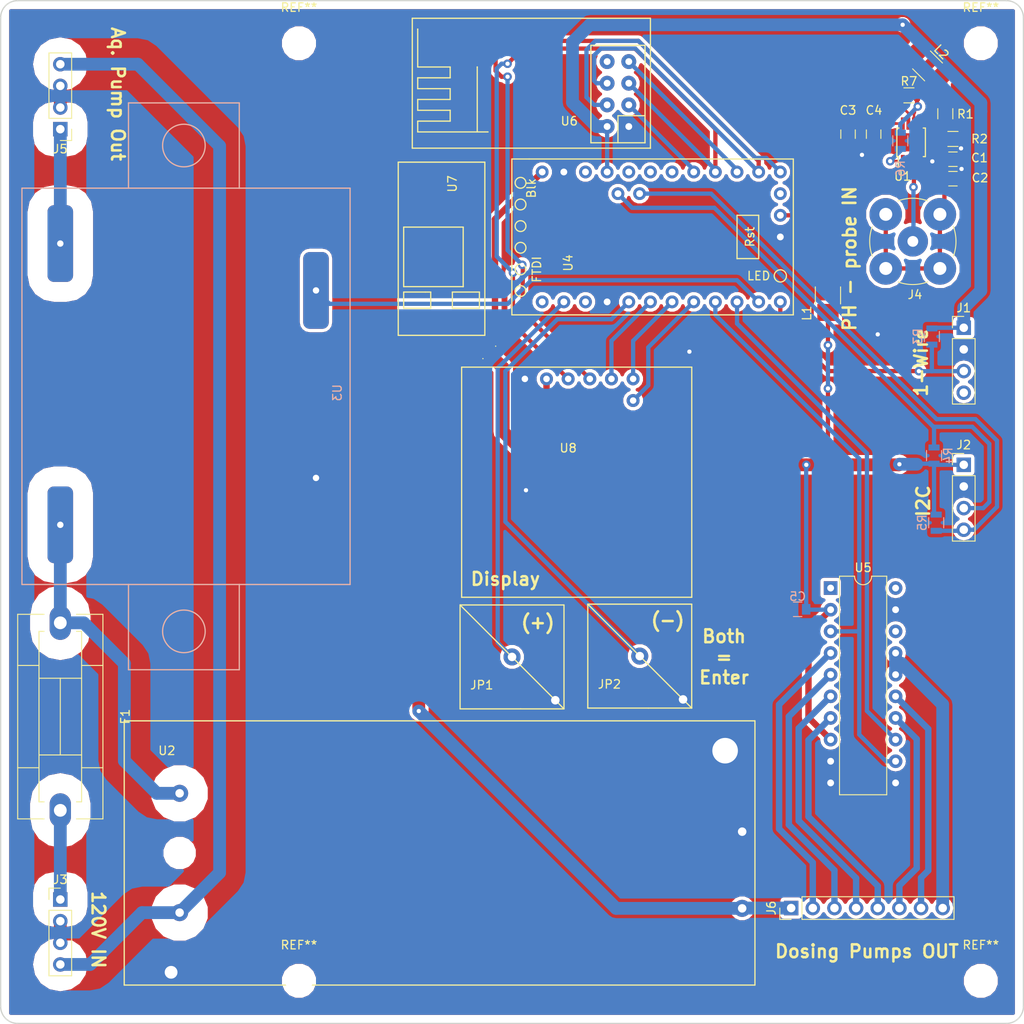
<source format=kicad_pcb>
(kicad_pcb (version 20170123) (host pcbnew no-vcs-found-1848834~58~ubuntu16.04.1)
  (layers (0 F.Cu signal) (31 B.Cu signal) (34 B.Paste user) (35 F.Paste user) (36 B.SilkS user) (37 F.SilkS user) (38 B.Mask user) (39 F.Mask user) (44 Edge.Cuts user))
  (net 0 "")
  (net 1 +5V)
  (net 2 GND)
  (net 3 +12V)
  (net 4 /aqPumpCtrl)
  (net 5 "Net-(F1-Pad1)")
  (net 6 "Net-(J5-Pad1)")
  (net 7 "Net-(U4-Pad29)")
  (net 8 /pumpDat)
  (net 9 /pumpClk)
  (net 10 /1wire_dat)
  (net 11 "Net-(U4-Pad14)")
  (net 12 "Net-(U4-Pad15)")
  (net 13 "Net-(U4-Pad16)")
  (net 14 "Net-(U4-Pad17)")
  (net 15 "Net-(U4-Pad23)")
  (net 16 "Net-(U4-Pad24)")
  (net 17 "Net-(U4-Pad25)")
  (net 18 "Net-(U4-Pad26)")
  (net 19 +3V3)
  (net 20 "Net-(U4-Pad22)")
  (net 21 "Net-(R7-Pad1)")
  (net 22 /i2c_scl)
  (net 23 /i2c_sda)
  (net 24 "Net-(U6-Pad8)")
  (net 25 "Net-(J3-Pad4)")
  (net 26 /+1V65)
  (net 27 "Net-(R6-Pad1)")
  (net 28 "Net-(R6-Pad2)")
  (net 29 "Net-(J6-Pad8)")
  (net 30 "Net-(J6-Pad7)")
  (net 31 "Net-(J6-Pad6)")
  (net 32 "Net-(J6-Pad5)")
  (net 33 "Net-(J6-Pad4)")
  (net 34 "Net-(J6-Pad3)")
  (net 35 "Net-(J6-Pad2)")
  (net 36 "Net-(J1-Pad4)")
  (net 37 "Net-(F1-Pad2)")
  (net 38 /vccOp)
  (net 39 "Net-(J4-Pad1)")
  (net 40 "Net-(U5-Pad20)")
  (net 41 "Net-(U5-Pad18)")
  (net 42 "Net-(U5-Pad1)")
  (net 43 "Net-(L2-Pad2)")
  (net 44 /dispDc)
  (net 45 /dispRst)
  (net 46 /dispCs)
  (net 47 "Net-(JP2-Pad2)")
  (net 48 "Net-(JP1-Pad2)")
  (net 49 "Net-(U4-Pad31)")
  (module Resistors_SMD:R_1210_HandSoldering (layer F.Cu) (at 147.066 84.582 270)
    (fp_text reference L1 (at 2.0955 2.4765 270) (layer F.SilkS))
    (fp_text value 470u)
    (pad 1 smd rect (at -2 0 270) (size 2 2.5) (layers F.Cu F.Paste F.Mask) (net 38 /vccOp))
    (pad 2 smd rect (at 2 0 270) (size 2 2.5) (layers F.Cu F.Paste F.Mask) (net 1 +5V))
  )
  (module Resistors_SMD:R_1210_HandSoldering (layer F.Cu) (at 158.75 57.658 315)
    (fp_text reference L2 (at 0 -2.3 315) (layer F.SilkS))
    (fp_text value 470u)
    (pad 2 smd rect (at 2.000001 0 315) (size 2 2.5) (layers F.Cu F.Paste F.Mask) (net 43 "Net-(L2-Pad2)"))
    (pad 1 smd rect (at -2.000001 0 315) (size 2 2.5) (layers F.Cu F.Paste F.Mask) (net 19 +3V3))
  )
  (module Connect:bnc-ci (layer F.Cu) (at 157.023958 78.247059 180)
    (fp_text reference J4 (at -0.25 -6.25 180) (layer F.SilkS))
    (fp_text value CONN_TRIAXIAL)
    (pad 2 thru_hole circle (at 3.175 3.175 180) (size 3.81 3.81) (drill 1.524) (layers *.Cu *.Mask) (net 26 /+1V65))
    (pad 2 thru_hole circle (at -3.175 3.175 180) (size 3.81 3.81) (drill 1.524) (layers *.Cu *.Mask) (net 26 /+1V65))
    (pad 2 thru_hole circle (at 3.175 -3.175 180) (size 3.81 3.81) (drill 1.524) (layers *.Cu *.Mask) (net 26 /+1V65))
    (pad 1 thru_hole circle (at 0 0 180) (size 3.556 3.556) (drill 1.27) (layers *.Cu *.Mask) (net 39 "Net-(J4-Pad1)"))
    (pad 2 thru_hole circle (at -3.175 -3.175 180) (size 3.81 3.81) (drill 1.524) (layers *.Cu *.Mask) (net 26 /+1V65))
  )
  (module Mounting_Holes:MountingHole_3.2mm_M3 (layer F.Cu) (at 85 165)
    (fp_text reference REF** (at 0 -4.2) (layer F.SilkS))
    (fp_text value MountingHole_3.2mm_M3)
    (pad 1 np_thru_hole circle (at 0 0) (size 3.2 3.2) (drill 3.2) (layers *.Cu *.Mask))
  )
  (module Mounting_Holes:MountingHole_3.2mm_M3 (layer F.Cu) (at 85 55)
    (fp_text reference REF** (at 0 -4.2) (layer F.SilkS))
    (fp_text value MountingHole_3.2mm_M3)
    (pad 1 np_thru_hole circle (at 0 0) (size 3.2 3.2) (drill 3.2) (layers *.Cu *.Mask))
  )
  (module Mounting_Holes:MountingHole_3.2mm_M3 (layer F.Cu) (at 165 55)
    (fp_text reference REF** (at 0 -4.2) (layer F.SilkS))
    (fp_text value MountingHole_3.2mm_M3)
    (pad 1 np_thru_hole circle (at 0 0) (size 3.2 3.2) (drill 3.2) (layers *.Cu *.Mask))
  )
  (module Mounting_Holes:MountingHole_3.2mm_M3 (layer F.Cu) (at 165 165)
    (fp_text reference REF** (at 0 -4.2) (layer F.SilkS))
    (fp_text value MountingHole_3.2mm_M3)
    (pad 1 np_thru_hole circle (at 0 0) (size 3.2 3.2) (drill 3.2) (layers *.Cu *.Mask))
  )
  (module myStuff:ITT_TACT (layer F.Cu) (at 126 133)
    (fp_text reference JP2 (at -4.572 -2.794) (layer F.SilkS))
    (fp_text value BtnMinus)
    (pad 2 thru_hole circle (at -1.016 -6.096) (size 2 2) (drill 1) (layers *.Cu *.Mask) (net 47 "Net-(JP2-Pad2)"))
    (pad 1 thru_hole circle (at 4.064 -1.016) (size 2 2) (drill 1) (layers *.Cu *.Mask) (net 2 GND))
  )
  (module myStuff:ITT_TACT (layer F.Cu) (at 111.016 133.096)
    (fp_text reference JP1 (at -4.572 -2.794) (layer F.SilkS))
    (fp_text value BtnPlus)
    (pad 1 thru_hole circle (at 4.064 -1.016) (size 2 2) (drill 1) (layers *.Cu *.Mask) (net 2 GND))
    (pad 2 thru_hole circle (at -1.016 -6.096) (size 2 2) (drill 1) (layers *.Cu *.Mask) (net 48 "Net-(JP1-Pad2)"))
  )
  (module myStuff:PRO_MINI (layer F.Cu) (at 144.018 85.344 90)
    (fp_text reference U4 (at 4.572 -27.432 90) (layer F.SilkS))
    (fp_text value ProMini)
    (fp_text user Blk (at 13.335 -31.75 90) (layer F.SilkS))
    (fp_text user FTDI (at 3.81 -31.115 90) (layer F.SilkS))
    (fp_text user LED (at 3.048 -5.08 180) (layer F.SilkS))
    (fp_text user Rst (at 7.62 -6.096 90) (layer F.SilkS))
    (pad 27 thru_hole circle (at 12.7 -19.05 90) (size 1.5 1.5) (drill 0.8) (layers *.Cu *.Mask) (net 23 /i2c_sda))
    (pad 28 thru_hole circle (at 12.7 -21.59 90) (size 1.5 1.5) (drill 0.8) (layers *.Cu *.Mask) (net 22 /i2c_scl))
    (pad 43 thru_hole circle (at 7.62 -2.54 90) (size 1.5 1.5) (drill 0.8) (layers *.Cu *.Mask) (net 2 GND))
    (pad 19 thru_hole circle (at 10.16 -2.54 90) (size 1.5 1.5) (drill 0.8) (layers *.Cu *.Mask) (net 21 "Net-(R7-Pad1)"))
    (pad 22 thru_hole circle (at 12.7 -2.54 90) (size 1.5 1.5) (drill 0.8) (layers *.Cu *.Mask) (net 20 "Net-(U4-Pad22)"))
    (pad 40 thru_hole circle (at 15.24 -30.48 90) (size 1.5 1.5) (drill 0.8) (layers *.Cu *.Mask) (net 1 +5V))
    (pad 44 thru_hole circle (at 15.24 -27.94 90) (size 1.5 1.5) (drill 0.8) (layers *.Cu *.Mask) (net 2 GND))
    (pad 29 thru_hole circle (at 15.24 -25.4 90) (size 1.5 1.5) (drill 0.8) (layers *.Cu *.Mask) (net 7 "Net-(U4-Pad29)"))
    (pad 41 thru_hole circle (at 15.24 -22.86 90) (size 1.5 1.5) (drill 0.8) (layers *.Cu *.Mask) (net 19 +3V3))
    (pad 26 thru_hole circle (at 15.24 -20.32 90) (size 1.5 1.5) (drill 0.8) (layers *.Cu *.Mask) (net 18 "Net-(U4-Pad26)"))
    (pad 25 thru_hole circle (at 15.24 -17.78 90) (size 1.5 1.5) (drill 0.8) (layers *.Cu *.Mask) (net 17 "Net-(U4-Pad25)"))
    (pad 24 thru_hole circle (at 15.24 -15.24 90) (size 1.5 1.5) (drill 0.8) (layers *.Cu *.Mask) (net 16 "Net-(U4-Pad24)"))
    (pad 23 thru_hole circle (at 15.24 -12.7 90) (size 1.5 1.5) (drill 0.8) (layers *.Cu *.Mask) (net 15 "Net-(U4-Pad23)"))
    (pad 17 thru_hole circle (at 15.24 -10.16 90) (size 1.5 1.5) (drill 0.8) (layers *.Cu *.Mask) (net 14 "Net-(U4-Pad17)"))
    (pad 16 thru_hole circle (at 15.24 -7.62 90) (size 1.5 1.5) (drill 0.8) (layers *.Cu *.Mask) (net 13 "Net-(U4-Pad16)"))
    (pad 15 thru_hole circle (at 15.24 -5.08 90) (size 1.5 1.5) (drill 0.8) (layers *.Cu *.Mask) (net 12 "Net-(U4-Pad15)"))
    (pad 14 thru_hole circle (at 15.24 -2.54 90) (size 1.5 1.5) (drill 0.8) (layers *.Cu *.Mask) (net 11 "Net-(U4-Pad14)"))
    (pad 13 thru_hole circle (at 0 -2.54 90) (size 1.5 1.5) (drill 0.8) (layers *.Cu *.Mask) (net 10 /1wire_dat))
    (pad 12 thru_hole circle (at 0 -5.08 90) (size 1.5 1.5) (drill 0.8) (layers *.Cu *.Mask) (net 4 /aqPumpCtrl))
    (pad 11 thru_hole circle (at 0 -7.62 90) (size 1.5 1.5) (drill 0.8) (layers *.Cu *.Mask) (net 9 /pumpClk))
    (pad 10 thru_hole circle (at 0 -10.16 90) (size 1.5 1.5) (drill 0.8) (layers *.Cu *.Mask) (net 8 /pumpDat))
    (pad 9 thru_hole circle (at 0 -12.7 90) (size 1.5 1.5) (drill 0.8) (layers *.Cu *.Mask) (net 46 /dispCs))
    (pad 2 thru_hole circle (at 0 -15.24 90) (size 1.5 1.5) (drill 0.8) (layers *.Cu *.Mask) (net 44 /dispDc))
    (pad 1 thru_hole circle (at 0 -17.78 90) (size 1.5 1.5) (drill 0.8) (layers *.Cu *.Mask) (net 45 /dispRst))
    (pad 32 thru_hole circle (at 0 -20.32 90) (size 1.5 1.5) (drill 0.8) (layers *.Cu *.Mask) (net 47 "Net-(JP2-Pad2)"))
    (pad 42 thru_hole circle (at 0 -22.86 90) (size 1.5 1.5) (drill 0.8) (layers *.Cu *.Mask) (net 2 GND))
    (pad 29 thru_hole circle (at 0 -25.4 90) (size 1.5 1.5) (drill 0.8) (layers *.Cu *.Mask) (net 7 "Net-(U4-Pad29)"))
    (pad 30 thru_hole circle (at 0 -27.94 90) (size 1.5 1.5) (drill 0.8) (layers *.Cu *.Mask) (net 48 "Net-(JP1-Pad2)"))
    (pad 31 thru_hole circle (at 0 -30.48 90) (size 1.5 1.5) (drill 0.8) (layers *.Cu *.Mask) (net 49 "Net-(U4-Pad31)"))
  )
  (module myStuff:DISP_SSD1306 (layer F.Cu) (at 116.586 102)
    (fp_text reference U8 (at 0 0.5) (layer F.SilkS))
    (fp_text value DISP_SSD1306)
    (pad 1 thru_hole circle (at -5.08 -7.62) (size 1.524 1.524) (drill 0.762) (layers *.Cu *.Mask) (net 2 GND))
    (pad 2 thru_hole circle (at -2.54 -7.62) (size 1.524 1.524) (drill 0.762) (layers *.Cu *.Mask) (net 1 +5V))
    (pad 3 thru_hole circle (at 0 -7.62) (size 1.524 1.524) (drill 0.762) (layers *.Cu *.Mask) (net 14 "Net-(U4-Pad17)"))
    (pad 4 thru_hole circle (at 2.54 -7.62) (size 1.524 1.524) (drill 0.762) (layers *.Cu *.Mask) (net 12 "Net-(U4-Pad15)"))
    (pad 5 thru_hole circle (at 5.08 -7.62) (size 1.524 1.524) (drill 0.762) (layers *.Cu *.Mask) (net 45 /dispRst))
    (pad 6 thru_hole circle (at 7.62 -7.62) (size 1.524 1.524) (drill 0.762) (layers *.Cu *.Mask) (net 44 /dispDc))
    (pad 7 thru_hole circle (at 7.62 -5.08) (size 1.524 1.524) (drill 0.762) (layers *.Cu *.Mask) (net 46 /dispCs))
  )
  (module myStuff:NI_PSU (layer F.Cu) (at 86 150)
    (fp_text reference U2 (at -16.5 -12) (layer F.SilkS))
    (fp_text value NI_PSU)
    (pad "" np_thru_hole circle (at -15 0) (size 3 3) (drill 3) (layers *.Cu *.Mask))
    (pad 2 thru_hole circle (at -16 14) (size 3 3) (drill 1.5) (layers *.Cu *.Mask) (net 2 GND))
    (pad 1 thru_hole circle (at -15 -7) (size 2 2) (drill 1) (layers *.Cu *.Mask) (net 5 "Net-(F1-Pad1)"))
    (pad 3 thru_hole circle (at -15 7) (size 2 2) (drill 1) (layers *.Cu *.Mask) (net 25 "Net-(J3-Pad4)"))
    (pad 5 thru_hole circle (at 49 -12) (size 6 6) (drill 3) (layers *.Cu *.Mask) (net 2 GND))
    (pad 4 thru_hole circle (at 51 -2.5) (size 2 2) (drill 1) (layers *.Cu *.Mask) (net 2 GND))
    (pad 6 thru_hole circle (at 51 6.5) (size 2 2) (drill 1) (layers *.Cu *.Mask) (net 3 +12V))
  )
  (module myStuff:ebay_dcdc (layer F.Cu) (at 95.38 85.46 270)
    (fp_text reference U7 (at -13.97 -7.62 270) (layer F.SilkS))
    (fp_text value DCDC_mod)
    (pad 1 smd rect (at 2.54 -10.16 270) (size 2 2) (layers F.Cu F.Paste F.Mask) (net 1 +5V))
    (pad 2 smd rect (at 2.54 -7.62 270) (size 2 2) (layers F.Cu F.Paste F.Mask) (net 2 GND))
    (pad 3 smd rect (at 2.54 -5.08 270) (size 2 2) (layers F.Cu F.Paste F.Mask) (net 3 +12V))
    (pad 4 smd rect (at 2.54 -2.54 270) (size 2 2) (layers F.Cu F.Paste F.Mask) (net 3 +12V))
  )
  (module Capacitors_SMD:C_0805 (layer F.Cu) (at 161.730991 70.89026)
    (fp_text reference C2 (at 3.178509 -0.08776) (layer F.SilkS))
    (fp_text value 1n)
    (pad 2 smd rect (at 1 0) (size 1 1.25) (layers F.Cu F.Paste F.Mask) (net 2 GND))
    (pad 1 smd rect (at -1 0) (size 1 1.25) (layers F.Cu F.Paste F.Mask) (net 26 /+1V65))
  )
  (module Capacitors_SMD:C_0805 (layer F.Cu) (at 149.423358 65.66426 270)
    (fp_text reference C3 (at -2.79926 0.007858) (layer F.SilkS))
    (fp_text value 1u)
    (pad 1 smd rect (at -1 0 270) (size 1 1.25) (layers F.Cu F.Paste F.Mask) (net 38 /vccOp))
    (pad 2 smd rect (at 1 0 270) (size 1 1.25) (layers F.Cu F.Paste F.Mask) (net 2 GND))
  )
  (module Capacitors_SMD:C_0805 (layer F.Cu) (at 152.423358 65.66426 270)
    (fp_text reference C4 (at -2.79926 -0.040142) (layer F.SilkS))
    (fp_text value 1n)
    (pad 2 smd rect (at 1 0 270) (size 1 1.25) (layers F.Cu F.Paste F.Mask) (net 2 GND))
    (pad 1 smd rect (at -1 0 270) (size 1 1.25) (layers F.Cu F.Paste F.Mask) (net 38 /vccOp))
  )
  (module Capacitors_SMD:C_0805 (layer B.Cu) (at 143.51 121.412 180)
    (fp_text reference C5 (at 0 1.5 180) (layer B.SilkS) (effects (justify mirror)))
    (fp_text value 1u)
    (pad 1 smd rect (at -1 0 180) (size 1 1.25) (layers B.Cu B.Paste B.Mask) (net 1 +5V))
    (pad 2 smd rect (at 1 0 180) (size 1 1.25) (layers B.Cu B.Paste B.Mask) (net 2 GND))
  )
  (module Capacitors_SMD:C_0805 (layer F.Cu) (at 161.730991 68.60426)
    (fp_text reference C1 (at 3.115009 -0.15126) (layer F.SilkS))
    (fp_text value 1u)
    (pad 2 smd rect (at 1 0) (size 1 1.25) (layers F.Cu F.Paste F.Mask) (net 2 GND))
    (pad 1 smd rect (at -1 0) (size 1 1.25) (layers F.Cu F.Paste F.Mask) (net 26 /+1V65))
  )
  (module Fuse_Holders_and_Fuses:Fuseholder5x20_horiz_SemiClosed_Casing10x25mm (layer F.Cu) (at 57 123 270)
    (fp_text reference F1 (at 11 -7.62 270) (layer F.SilkS))
    (fp_text value Fuse)
    (pad 1 thru_hole oval (at 0 0 180) (size 2.5 4) (drill 1.5) (layers *.Cu *.Mask) (net 5 "Net-(F1-Pad1)"))
    (pad 2 thru_hole oval (at 22 0 180) (size 2.5 4) (drill 1.5) (layers *.Cu *.Mask) (net 37 "Net-(F1-Pad2)"))
  )
  (module Housings_DIP:DIP-20_W7.62mm (layer F.Cu) (at 147.38 118.92)
    (fp_text reference U5 (at 3.81 -2.39) (layer F.SilkS))
    (fp_text value TPIC6B595)
    (pad 20 thru_hole oval (at 7.62 0) (size 1.6 1.6) (drill 0.8) (layers *.Cu *.Mask) (net 40 "Net-(U5-Pad20)"))
    (pad 10 thru_hole oval (at 0 22.86) (size 1.6 1.6) (drill 0.8) (layers *.Cu *.Mask) (net 2 GND))
    (pad 19 thru_hole oval (at 7.62 2.54) (size 1.6 1.6) (drill 0.8) (layers *.Cu *.Mask) (net 2 GND))
    (pad 9 thru_hole oval (at 0 20.32) (size 1.6 1.6) (drill 0.8) (layers *.Cu *.Mask) (net 2 GND))
    (pad 18 thru_hole oval (at 7.62 5.08) (size 1.6 1.6) (drill 0.8) (layers *.Cu *.Mask) (net 41 "Net-(U5-Pad18)"))
    (pad 8 thru_hole oval (at 0 17.78) (size 1.6 1.6) (drill 0.8) (layers *.Cu *.Mask) (net 1 +5V))
    (pad 17 thru_hole oval (at 7.62 7.62) (size 1.6 1.6) (drill 0.8) (layers *.Cu *.Mask) (net 29 "Net-(J6-Pad8)"))
    (pad 7 thru_hole oval (at 0 15.24) (size 1.6 1.6) (drill 0.8) (layers *.Cu *.Mask) (net 32 "Net-(J6-Pad5)"))
    (pad 16 thru_hole oval (at 7.62 10.16) (size 1.6 1.6) (drill 0.8) (layers *.Cu *.Mask) (net 29 "Net-(J6-Pad8)"))
    (pad 6 thru_hole oval (at 0 12.7) (size 1.6 1.6) (drill 0.8) (layers *.Cu *.Mask) (net 33 "Net-(J6-Pad4)"))
    (pad 15 thru_hole oval (at 7.62 12.7) (size 1.6 1.6) (drill 0.8) (layers *.Cu *.Mask) (net 30 "Net-(J6-Pad7)"))
    (pad 5 thru_hole oval (at 0 10.16) (size 1.6 1.6) (drill 0.8) (layers *.Cu *.Mask) (net 34 "Net-(J6-Pad3)"))
    (pad 14 thru_hole oval (at 7.62 15.24) (size 1.6 1.6) (drill 0.8) (layers *.Cu *.Mask) (net 31 "Net-(J6-Pad6)"))
    (pad 4 thru_hole oval (at 0 7.62) (size 1.6 1.6) (drill 0.8) (layers *.Cu *.Mask) (net 35 "Net-(J6-Pad2)"))
    (pad 13 thru_hole oval (at 7.62 17.78) (size 1.6 1.6) (drill 0.8) (layers *.Cu *.Mask) (net 9 /pumpClk))
    (pad 3 thru_hole oval (at 0 5.08) (size 1.6 1.6) (drill 0.8) (layers *.Cu *.Mask) (net 8 /pumpDat))
    (pad 12 thru_hole oval (at 7.62 20.32) (size 1.6 1.6) (drill 0.8) (layers *.Cu *.Mask) (net 8 /pumpDat))
    (pad 2 thru_hole oval (at 0 2.54) (size 1.6 1.6) (drill 0.8) (layers *.Cu *.Mask) (net 1 +5V))
    (pad 11 thru_hole oval (at 7.62 22.86) (size 1.6 1.6) (drill 0.8) (layers *.Cu *.Mask) (net 2 GND))
    (pad 1 thru_hole rect (at 0 0) (size 1.6 1.6) (drill 0.8) (layers *.Cu *.Mask) (net 42 "Net-(U5-Pad1)"))
  )
  (module Housings_SSOP:MSOP-8_3x3mm_Pitch0.65mm (layer F.Cu) (at 156.824401 66.622059 90)
    (fp_text reference U1 (at -3.989941 -0.995401 180) (layer F.SilkS))
    (fp_text value LTC6078)
    (pad 8 smd rect (at 2.2 -0.975 90) (size 1.45 0.45) (layers F.Cu F.Paste F.Mask) (net 38 /vccOp))
    (pad 7 smd rect (at 2.2 -0.325 90) (size 1.45 0.45) (layers F.Cu F.Paste F.Mask) (net 21 "Net-(R7-Pad1)"))
    (pad 6 smd rect (at 2.2 0.325 90) (size 1.45 0.45) (layers F.Cu F.Paste F.Mask) (net 27 "Net-(R6-Pad1)"))
    (pad 5 smd rect (at 2.2 0.975 90) (size 1.45 0.45) (layers F.Cu F.Paste F.Mask) (net 26 /+1V65))
    (pad 4 smd rect (at -2.2 0.975 90) (size 1.45 0.45) (layers F.Cu F.Paste F.Mask) (net 2 GND))
    (pad 3 smd rect (at -2.2 0.325 90) (size 1.45 0.45) (layers F.Cu F.Paste F.Mask) (net 39 "Net-(J4-Pad1)"))
    (pad 2 smd rect (at -2.2 -0.325 90) (size 1.45 0.45) (layers F.Cu F.Paste F.Mask) (net 28 "Net-(R6-Pad2)"))
    (pad 1 smd rect (at -2.2 -0.975 90) (size 1.45 0.45) (layers F.Cu F.Paste F.Mask) (net 28 "Net-(R6-Pad2)"))
  )
  (module Pin_Headers:Pin_Header_Straight_1x04_Pitch2.54mm (layer F.Cu) (at 57 155.46)
    (fp_text reference J3 (at 0 -2.33) (layer F.SilkS))
    (fp_text value CONN_01X04)
    (pad 1 thru_hole rect (at 0 0) (size 1.7 1.7) (drill 1) (layers *.Cu *.Mask) (net 37 "Net-(F1-Pad2)"))
    (pad 2 thru_hole oval (at 0 2.54) (size 1.7 1.7) (drill 1) (layers *.Cu *.Mask) (net 2 GND))
    (pad 3 thru_hole oval (at 0 5.08) (size 1.7 1.7) (drill 1) (layers *.Cu *.Mask) (net 2 GND))
    (pad 4 thru_hole oval (at 0 7.62) (size 1.7 1.7) (drill 1) (layers *.Cu *.Mask) (net 25 "Net-(J3-Pad4)"))
  )
  (module Pin_Headers:Pin_Header_Straight_1x04_Pitch2.54mm (layer F.Cu) (at 163 104.46)
    (fp_text reference J2 (at 0 -2.33) (layer F.SilkS))
    (fp_text value CONN_01X04)
    (pad 4 thru_hole oval (at 0 7.62) (size 1.7 1.7) (drill 1) (layers *.Cu *.Mask) (net 23 /i2c_sda))
    (pad 3 thru_hole oval (at 0 5.08) (size 1.7 1.7) (drill 1) (layers *.Cu *.Mask) (net 22 /i2c_scl))
    (pad 2 thru_hole oval (at 0 2.54) (size 1.7 1.7) (drill 1) (layers *.Cu *.Mask) (net 2 GND))
    (pad 1 thru_hole rect (at 0 0) (size 1.7 1.7) (drill 1) (layers *.Cu *.Mask) (net 1 +5V))
  )
  (module Pin_Headers:Pin_Header_Straight_1x04_Pitch2.54mm (layer F.Cu) (at 163 88.38)
    (fp_text reference J1 (at 0 -2.33) (layer F.SilkS))
    (fp_text value CONN_01X04)
    (pad 1 thru_hole rect (at 0 0) (size 1.7 1.7) (drill 1) (layers *.Cu *.Mask) (net 19 +3V3))
    (pad 2 thru_hole oval (at 0 2.54) (size 1.7 1.7) (drill 1) (layers *.Cu *.Mask) (net 2 GND))
    (pad 3 thru_hole oval (at 0 5.08) (size 1.7 1.7) (drill 1) (layers *.Cu *.Mask) (net 10 /1wire_dat))
    (pad 4 thru_hole oval (at 0 7.62) (size 1.7 1.7) (drill 1) (layers *.Cu *.Mask) (net 36 "Net-(J1-Pad4)"))
  )
  (module Pin_Headers:Pin_Header_Straight_1x04_Pitch2.54mm (layer F.Cu) (at 57 65.08 180)
    (fp_text reference J5 (at 0 -2.33 180) (layer F.SilkS))
    (fp_text value CONN_01X04)
    (pad 4 thru_hole oval (at 0 7.62 180) (size 1.7 1.7) (drill 1) (layers *.Cu *.Mask) (net 25 "Net-(J3-Pad4)"))
    (pad 3 thru_hole oval (at 0 5.08 180) (size 1.7 1.7) (drill 1) (layers *.Cu *.Mask) (net 2 GND))
    (pad 2 thru_hole oval (at 0 2.54 180) (size 1.7 1.7) (drill 1) (layers *.Cu *.Mask) (net 2 GND))
    (pad 1 thru_hole rect (at 0 0 180) (size 1.7 1.7) (drill 1) (layers *.Cu *.Mask) (net 6 "Net-(J5-Pad1)"))
  )
  (module Pin_Headers:Pin_Header_Straight_1x08_Pitch2.54mm (layer F.Cu) (at 142.748 156.464 90)
    (fp_text reference J6 (at 0 -2.33 90) (layer F.SilkS))
    (fp_text value CONN_01X08)
    (pad 8 thru_hole oval (at 0 17.78 90) (size 1.7 1.7) (drill 1) (layers *.Cu *.Mask) (net 29 "Net-(J6-Pad8)"))
    (pad 7 thru_hole oval (at 0 15.24 90) (size 1.7 1.7) (drill 1) (layers *.Cu *.Mask) (net 30 "Net-(J6-Pad7)"))
    (pad 6 thru_hole oval (at 0 12.7 90) (size 1.7 1.7) (drill 1) (layers *.Cu *.Mask) (net 31 "Net-(J6-Pad6)"))
    (pad 5 thru_hole oval (at 0 10.16 90) (size 1.7 1.7) (drill 1) (layers *.Cu *.Mask) (net 32 "Net-(J6-Pad5)"))
    (pad 4 thru_hole oval (at 0 7.62 90) (size 1.7 1.7) (drill 1) (layers *.Cu *.Mask) (net 33 "Net-(J6-Pad4)"))
    (pad 3 thru_hole oval (at 0 5.08 90) (size 1.7 1.7) (drill 1) (layers *.Cu *.Mask) (net 34 "Net-(J6-Pad3)"))
    (pad 2 thru_hole oval (at 0 2.54 90) (size 1.7 1.7) (drill 1) (layers *.Cu *.Mask) (net 35 "Net-(J6-Pad2)"))
    (pad 1 thru_hole rect (at 0 0 90) (size 1.7 1.7) (drill 1) (layers *.Cu *.Mask) (net 3 +12V))
  )
  (module Resistors_SMD:R_0805 (layer F.Cu) (at 161.730991 66.228071 180)
    (fp_text reference R2 (at -3.115009 -0.002429 180) (layer F.SilkS))
    (fp_text value 4.7k)
    (pad 2 smd rect (at 0.95 0 180) (size 0.7 1.3) (layers F.Cu F.Paste F.Mask) (net 26 /+1V65))
    (pad 1 smd rect (at -0.95 0 180) (size 0.7 1.3) (layers F.Cu F.Paste F.Mask) (net 2 GND))
  )
  (module Resistors_SMD:R_0805 (layer B.Cu) (at 159.258 89.408 270)
    (fp_text reference R3 (at 0 1.65 270) (layer B.SilkS) (effects (justify mirror)))
    (fp_text value 4k7)
    (pad 1 smd rect (at -0.95 0 270) (size 0.7 1.3) (layers B.Cu B.Paste B.Mask) (net 19 +3V3))
    (pad 2 smd rect (at 0.95 0 270) (size 0.7 1.3) (layers B.Cu B.Paste B.Mask) (net 10 /1wire_dat))
  )
  (module Resistors_SMD:R_0805 (layer B.Cu) (at 159.512 103.378 90)
    (fp_text reference R4 (at 0 1.65 90) (layer B.SilkS) (effects (justify mirror)))
    (fp_text value 4k7)
    (pad 2 smd rect (at 0.95 0 90) (size 0.7 1.3) (layers B.Cu B.Paste B.Mask) (net 22 /i2c_scl))
    (pad 1 smd rect (at -0.95 0 90) (size 0.7 1.3) (layers B.Cu B.Paste B.Mask) (net 1 +5V))
  )
  (module Resistors_SMD:R_0805 (layer B.Cu) (at 159.766 111.252 270)
    (fp_text reference R5 (at 0 1.65 270) (layer B.SilkS) (effects (justify mirror)))
    (fp_text value 4k7)
    (pad 1 smd rect (at -0.95 0 270) (size 0.7 1.3) (layers B.Cu B.Paste B.Mask) (net 1 +5V))
    (pad 2 smd rect (at 0.95 0 270) (size 0.7 1.3) (layers B.Cu B.Paste B.Mask) (net 23 /i2c_sda))
  )
  (module Resistors_SMD:R_0805 (layer B.Cu) (at 155.550758 66.44526 270)
    (fp_text reference R6 (at 3.2512 -0.0254 270) (layer B.SilkS) (effects (justify mirror)))
    (fp_text value 1k)
    (pad 2 smd rect (at 0.95 0 270) (size 0.7 1.3) (layers B.Cu B.Paste B.Mask) (net 28 "Net-(R6-Pad2)"))
    (pad 1 smd rect (at -0.95 0 270) (size 0.7 1.3) (layers B.Cu B.Paste B.Mask) (net 27 "Net-(R6-Pad1)"))
  )
  (module Resistors_SMD:R_0805 (layer F.Cu) (at 156.566758 61.11126)
    (fp_text reference R7 (at 0 -1.65) (layer F.SilkS))
    (fp_text value 4k0)
    (pad 1 smd rect (at -0.95 0) (size 0.7 1.3) (layers F.Cu F.Paste F.Mask) (net 21 "Net-(R7-Pad1)"))
    (pad 2 smd rect (at 0.95 0) (size 0.7 1.3) (layers F.Cu F.Paste F.Mask) (net 27 "Net-(R6-Pad1)"))
  )
  (module Resistors_SMD:R_0805 (layer F.Cu) (at 160.833958 63.27026 90)
    (fp_text reference R1 (at -0.03924 2.361042 180) (layer F.SilkS))
    (fp_text value 4.7k)
    (pad 2 smd rect (at 0.95 0 90) (size 0.7 1.3) (layers F.Cu F.Paste F.Mask) (net 43 "Net-(L2-Pad2)"))
    (pad 1 smd rect (at -0.95 0 90) (size 0.7 1.3) (layers F.Cu F.Paste F.Mask) (net 26 /+1V65))
  )
  (module myStuff:NRF24 (layer F.Cu) (at 121.158 57.15 180)
    (fp_text reference U6 (at 4.445 -6.985 180) (layer F.SilkS))
    (fp_text value NRF24)
    (pad 1 thru_hole circle (at -2.54 -7.62 180) (size 1.75 1.75) (drill 0.8) (layers *.Cu *.Mask) (net 2 GND))
    (pad 2 thru_hole circle (at 0 -7.62 180) (size 1.75 1.75) (drill 0.8) (layers *.Cu *.Mask) (net 19 +3V3))
    (pad 3 thru_hole circle (at -2.54 -5.08 180) (size 1.75 1.75) (drill 0.8) (layers *.Cu *.Mask) (net 15 "Net-(U4-Pad23)"))
    (pad 4 thru_hole circle (at 0 -5.08 180) (size 1.75 1.75) (drill 0.8) (layers *.Cu *.Mask) (net 11 "Net-(U4-Pad14)"))
    (pad 5 thru_hole circle (at -2.54 -2.54 180) (size 1.75 1.75) (drill 0.8) (layers *.Cu *.Mask) (net 14 "Net-(U4-Pad17)"))
    (pad 6 thru_hole circle (at 0 -2.54 180) (size 1.75 1.75) (drill 0.8) (layers *.Cu *.Mask) (net 12 "Net-(U4-Pad15)"))
    (pad 7 thru_hole circle (at -2.54 0 180) (size 1.75 1.75) (drill 0.8) (layers *.Cu *.Mask) (net 13 "Net-(U4-Pad16)"))
    (pad 8 thru_hole circle (at 0 0 180) (size 1.75 1.75) (drill 0.8) (layers *.Cu *.Mask) (net 24 "Net-(U6-Pad8)"))
  )
  (module myStuff:SS_RELAY (layer B.Cu) (at 87 84 270)
    (fp_text reference U3 (at 12 -2.5 270) (layer B.SilkS) (effects (justify mirror)))
    (fp_text value SS_RELAY)
    (pad 1 thru_hole roundrect (at -5.5 30 270) (size 9 3) (drill 0.75) (layers *.Cu *.Mask) (net 6 "Net-(J5-Pad1)"))
    (pad 2 thru_hole roundrect (at 27.5 30 270) (size 9 3) (drill 0.75) (layers *.Cu *.Mask) (net 5 "Net-(F1-Pad1)"))
    (pad 3 thru_hole roundrect (at 0 0 270) (size 9 3) (drill 0.75) (layers *.Cu *.Mask) (net 4 /aqPumpCtrl))
    (pad 4 thru_hole roundrect (at 22 0 270) (size 9 3) (drill 0.75) (layers *.Cu *.Mask) (net 2 GND))
  )
  (gr_text "PH - probe IN" (at 149.606 80.264 90) (layer F.SilkS) (effects (font (size 1.5 1.5) (thickness 0.3))))
  (gr_text 1-Wire (at 157.988 92.456 90) (layer F.SilkS) (effects (font (size 1.5 1.5) (thickness 0.3))))
  (gr_text I2C (at 158.242 108.712 90) (layer F.SilkS) (effects (font (size 1.5 1.5) (thickness 0.3))))
  (gr_text "Dosing Pumps OUT" (at 151.638 161.544) (layer F.SilkS) (effects (font (size 1.5 1.5) (thickness 0.3))))
  (gr_text "Aq. Pump Out" (at 63.754 60.96 270) (layer F.SilkS) (effects (font (size 1.5 1.5) (thickness 0.3))))
  (gr_text "120V IN" (at 61.468 159.004 270) (layer F.SilkS) (effects (font (size 1.5 1.5) (thickness 0.3))))
  (gr_text "Both\n=\nEnter" (at 134.874 127) (layer F.SilkS) (effects (font (size 1.5 1.5) (thickness 0.3))))
  (gr_text "(-)" (at 128.27 122.682) (layer F.SilkS) (effects (font (size 1.5 1.5) (thickness 0.3))))
  (gr_text "(+)" (at 113.03 122.936) (layer F.SilkS) (effects (font (size 1.5 1.5) (thickness 0.3))))
  (gr_text Display (at 109.22 117.856) (layer F.SilkS) (effects (font (size 1.5 1.5) (thickness 0.3))))
  (gr_arc (start 52 52) (end 52 50) (angle -90) (layer Edge.Cuts) (width 0.15))
  (gr_arc (start 168 52) (end 170 52) (angle -90) (layer Edge.Cuts) (width 0.15))
  (gr_arc (start 168 168) (end 168 170) (angle -90) (layer Edge.Cuts) (width 0.15))
  (gr_arc (start 52 168) (end 50 168) (angle -90) (layer Edge.Cuts) (width 0.15))
  (gr_line (start 50 168) (end 50 52) (layer Edge.Cuts) (width 0.15))
  (gr_line (start 168 170) (end 52 170) (layer Edge.Cuts) (width 0.15))
  (gr_line (start 170 52) (end 170 168) (layer Edge.Cuts) (width 0.15))
  (gr_line (start 52 50) (end 168 50) (layer Edge.Cuts) (width 0.15))
  (segment (start 147.066 90.424) (end 147.066 86.582) (width 0.5) (layer F.Cu) (net 1))
  (segment (start 105.54 88) (end 107.29 88) (width 0.75) (layer F.Cu) (net 1))
  (segment (start 107.29 88) (end 108 87.29) (width 0.75) (layer F.Cu) (net 1))
  (segment (start 108 87.29) (end 108 75.642) (width 0.75) (layer F.Cu) (net 1))
  (segment (start 108 75.642) (end 113.538 70.104) (width 0.75) (layer F.Cu) (net 1))
  (segment (start 157.48 104.394) (end 157.546 104.328) (width 0.5) (layer B.Cu) (net 1))
  (segment (start 157.546 104.328) (end 159.512 104.328) (width 0.5) (layer B.Cu) (net 1))
  (segment (start 155.448 104.394) (end 157.48 104.394) (width 1.5) (layer B.Cu) (net 1))
  (segment (start 147.066 104.46) (end 155.382 104.46) (width 1.5) (layer F.Cu) (net 1))
  (segment (start 155.382 104.46) (end 155.448 104.394) (width 1.5) (layer F.Cu) (net 1))
  (via (at 155.448 104.394) (size 1) (drill 0.5) (layers F.Cu B.Cu) (net 1))
  (segment (start 114.046 104.46) (end 114.046 94.38) (width 0.75) (layer F.Cu) (net 1))
  (segment (start 105.54 89.662) (end 105.54 88) (width 1.5) (layer F.Cu) (net 1))
  (segment (start 112.842 104.46) (end 108.966 100.584) (width 1.5) (layer F.Cu) (net 1))
  (segment (start 105.54 89.662) (end 108.966 93.088) (width 1.5) (layer F.Cu) (net 1))
  (segment (start 108.966 93.088) (end 108.966 100.584) (width 1.5) (layer F.Cu) (net 1))
  (segment (start 114.046 104.46) (end 112.842 104.46) (width 1.5) (layer F.Cu) (net 1))
  (segment (start 144.526 104.46) (end 114.046 104.46) (width 1.5) (layer F.Cu) (net 1))
  (segment (start 147.066 95.504) (end 147.066 90.424) (width 0.5) (layer B.Cu) (net 1))
  (via (at 147.066 90.424) (size 1) (drill 0.5) (layers F.Cu B.Cu) (net 1))
  (segment (start 147.066 104.46) (end 147.066 95.504) (width 0.5) (layer F.Cu) (net 1))
  (via (at 147.066 95.504) (size 1) (drill 0.5) (layers F.Cu B.Cu) (net 1))
  (segment (start 147.066 104.46) (end 144.526 104.46) (width 1.5) (layer F.Cu) (net 1))
  (segment (start 159.512 104.328) (end 159.512 110.048) (width 0.5) (layer B.Cu) (net 1))
  (segment (start 159.512 110.048) (end 159.766 110.302) (width 0.5) (layer B.Cu) (net 1))
  (segment (start 163 104.46) (end 159.644 104.46) (width 0.5) (layer B.Cu) (net 1))
  (segment (start 159.644 104.46) (end 159.512 104.328) (width 0.5) (layer B.Cu) (net 1))
  (segment (start 144.51 121.412) (end 144.51 104.476) (width 0.5) (layer B.Cu) (net 1))
  (segment (start 144.51 104.476) (end 144.526 104.46) (width 0.5) (layer B.Cu) (net 1))
  (via (at 144.526 104.46) (size 1) (drill 0.5) (layers F.Cu B.Cu) (net 1))
  (segment (start 147.38 121.46) (end 144.558 121.46) (width 0.5) (layer B.Cu) (net 1))
  (segment (start 144.78 124.06) (end 144.78 134.1) (width 0.75) (layer F.Cu) (net 1))
  (segment (start 144.78 134.1) (end 147.38 136.7) (width 0.75) (layer F.Cu) (net 1))
  (segment (start 147.38 121.46) (end 144.78 124.06) (width 0.75) (layer F.Cu) (net 1))
  (segment (start 144.558 121.46) (end 144.51 121.412) (width 0.5) (layer B.Cu) (net 1))
  (segment (start 116.078 69.04334) (end 116.078 70.104) (width 1.5) (layer F.Cu) (net 2))
  (segment (start 57 61.214) (end 108.24866 61.214) (width 1.5) (layer F.Cu) (net 2))
  (segment (start 108.24866 61.214) (end 116.078 69.04334) (width 1.5) (layer F.Cu) (net 2))
  (segment (start 154.674 90.92) (end 152.908 89.154) (width 1.5) (layer F.Cu) (net 2))
  (segment (start 163 90.92) (end 154.674 90.92) (width 1.5) (layer F.Cu) (net 2))
  (segment (start 141.478 77.724) (end 152.908 89.154) (width 1.5) (layer B.Cu) (net 2))
  (via (at 152.908 89.154) (size 1) (drill 0.5) (layers F.Cu B.Cu) (net 2))
  (segment (start 141.478 77.724) (end 143.276 77.724) (width 1.5) (layer B.Cu) (net 2))
  (segment (start 143.276 77.724) (end 151.054958 69.945042) (width 1.5) (layer B.Cu) (net 2))
  (segment (start 151.054958 69.945042) (end 151.054958 68.09626) (width 1.5) (layer B.Cu) (net 2))
  (segment (start 70 164) (end 76.792 164) (width 1.5) (layer F.Cu) (net 2))
  (segment (start 76.792 164) (end 81.026 159.766) (width 1.5) (layer F.Cu) (net 2))
  (segment (start 109 164) (end 135 138) (width 1.5) (layer F.Cu) (net 2))
  (segment (start 81.026 159.766) (end 88.138 159.766) (width 1.5) (layer F.Cu) (net 2))
  (segment (start 88.138 159.766) (end 92.372 164) (width 1.5) (layer F.Cu) (net 2))
  (segment (start 92.372 164) (end 109 164) (width 1.5) (layer F.Cu) (net 2))
  (segment (start 157.701736 68.85826) (end 155.744778 70.815218) (width 1.5) (layer B.Cu) (net 2))
  (segment (start 159.309958 68.85826) (end 157.701736 68.85826) (width 1.5) (layer B.Cu) (net 2))
  (segment (start 155.744778 70.815218) (end 151.054958 70.815218) (width 1.5) (layer B.Cu) (net 2))
  (segment (start 163 107) (end 161.797919 107) (width 1.5) (layer F.Cu) (net 2))
  (segment (start 161.797919 107) (end 160.528 108.269919) (width 1.5) (layer F.Cu) (net 2))
  (segment (start 160.528 108.269919) (end 160.528 114.808) (width 1.5) (layer F.Cu) (net 2))
  (segment (start 135 130.806) (end 111.636 107.442) (width 1.5) (layer F.Cu) (net 2))
  (segment (start 111.506 94.38) (end 111.506 107.312) (width 0.75) (layer B.Cu) (net 2))
  (segment (start 111.506 107.312) (end 111.636 107.442) (width 0.75) (layer B.Cu) (net 2))
  (via (at 111.636 107.442) (size 1) (drill 0.5) (layers F.Cu B.Cu) (net 2))
  (segment (start 135 138) (end 135 130.806) (width 1.5) (layer F.Cu) (net 2))
  (segment (start 103 98.806) (end 111.636 107.442) (width 1.5) (layer F.Cu) (net 2))
  (segment (start 103 88) (end 103 98.806) (width 1.5) (layer F.Cu) (net 2))
  (segment (start 130.064 131.984) (end 135 136.92) (width 0.5) (layer B.Cu) (net 2))
  (segment (start 135 136.92) (end 135 138) (width 0.5) (layer B.Cu) (net 2))
  (segment (start 107.774 138) (end 115.062 138) (width 1.5) (layer B.Cu) (net 2))
  (segment (start 115.062 138) (end 135 138) (width 1.5) (layer B.Cu) (net 2))
  (segment (start 115.08 132.08) (end 115.08 137.982) (width 0.5) (layer B.Cu) (net 2))
  (segment (start 115.08 137.982) (end 115.062 138) (width 0.5) (layer B.Cu) (net 2))
  (segment (start 87 106) (end 87 117.226) (width 1.5) (layer B.Cu) (net 2))
  (segment (start 87 117.226) (end 107.774 138) (width 1.5) (layer B.Cu) (net 2))
  (segment (start 135 138) (end 135 121.412) (width 1.5) (layer B.Cu) (net 2))
  (segment (start 135 121.412) (end 135 95) (width 1.5) (layer B.Cu) (net 2))
  (segment (start 142.51 121.412) (end 135 121.412) (width 0.5) (layer B.Cu) (net 2))
  (segment (start 135 95) (end 131.186 91.186) (width 1.5) (layer B.Cu) (net 2))
  (segment (start 131.186 91.186) (end 130.81 91.186) (width 1.5) (layer B.Cu) (net 2))
  (segment (start 57 158) (end 57 159.258) (width 1.5) (layer F.Cu) (net 2))
  (segment (start 57 159.258) (end 57 160.54) (width 1.5) (layer F.Cu) (net 2))
  (segment (start 65.512 159.512) (end 57.254 159.512) (width 1.5) (layer F.Cu) (net 2))
  (segment (start 57.254 159.512) (end 57 159.258) (width 1.5) (layer F.Cu) (net 2))
  (segment (start 70 164) (end 65.512 159.512) (width 1.5) (layer F.Cu) (net 2))
  (segment (start 57 61.214) (end 57 62.54) (width 1.5) (layer F.Cu) (net 2))
  (segment (start 57 60) (end 57 61.214) (width 1.5) (layer F.Cu) (net 2))
  (segment (start 160.528 114.808) (end 160.528 117.06337) (width 1.5) (layer F.Cu) (net 2))
  (segment (start 160.528 137.38337) (end 160.528 121.158) (width 1.5) (layer F.Cu) (net 2))
  (segment (start 160.528 121.158) (end 160.528 118.58737) (width 1.5) (layer F.Cu) (net 2))
  (segment (start 160.528 114.808) (end 160.528 121.158) (width 1.5) (layer F.Cu) (net 2))
  (segment (start 160.528 117.06337) (end 159.766 117.82537) (width 1.5) (layer F.Cu) (net 2))
  (segment (start 155 141.78) (end 156.13137 141.78) (width 1.5) (layer F.Cu) (net 2))
  (segment (start 156.13137 141.78) (end 160.528 137.38337) (width 1.5) (layer F.Cu) (net 2))
  (segment (start 160.528 118.58737) (end 159.766 117.82537) (width 1.5) (layer F.Cu) (net 2))
  (segment (start 147.38 141.78) (end 155 141.78) (width 1.5) (layer F.Cu) (net 2))
  (segment (start 147.38 139.24) (end 147.38 141.78) (width 1.5) (layer F.Cu) (net 2))
  (segment (start 163 107) (end 164.202081 107) (width 1.5) (layer F.Cu) (net 2))
  (segment (start 164.202081 90.92) (end 163 90.92) (width 1.5) (layer F.Cu) (net 2))
  (segment (start 164.202081 107) (end 165.862 105.340081) (width 1.5) (layer F.Cu) (net 2))
  (segment (start 165.862 105.340081) (end 165.862 92.579919) (width 1.5) (layer F.Cu) (net 2))
  (segment (start 165.862 92.579919) (end 164.202081 90.92) (width 1.5) (layer F.Cu) (net 2))
  (segment (start 159.766 117.82537) (end 156.13137 121.46) (width 1.5) (layer F.Cu) (net 2))
  (segment (start 156.13137 121.46) (end 155 121.46) (width 1.5) (layer F.Cu) (net 2))
  (segment (start 116.078 70.104) (end 116.078 71.16466) (width 1.5) (layer F.Cu) (net 2))
  (segment (start 116.078 71.16466) (end 122.63734 77.724) (width 1.5) (layer F.Cu) (net 2))
  (segment (start 122.63734 77.724) (end 141.478 77.724) (width 1.5) (layer F.Cu) (net 2))
  (segment (start 122.38334 77.978) (end 122.63734 77.724) (width 0.5) (layer F.Cu) (net 2))
  (segment (start 121.158 85.344) (end 121.158 79.20334) (width 1.5) (layer F.Cu) (net 2))
  (segment (start 121.158 79.20334) (end 122.38334 77.978) (width 1.5) (layer F.Cu) (net 2))
  (segment (start 124.714 91.186) (end 121.158 87.63) (width 1.5) (layer F.Cu) (net 2))
  (segment (start 121.158 87.63) (end 121.158 85.344) (width 1.5) (layer F.Cu) (net 2))
  (segment (start 130.81 91.186) (end 124.714 91.186) (width 1.5) (layer F.Cu) (net 2))
  (via (at 130.81 91.186) (size 1) (drill 0.5) (layers F.Cu B.Cu) (net 2))
  (segment (start 122.682 67.818) (end 123.698 66.802) (width 0.5) (layer F.Cu) (net 2))
  (segment (start 123.698 66.802) (end 123.698 64.77) (width 0.5) (layer F.Cu) (net 2))
  (segment (start 118.364 67.818) (end 122.682 67.818) (width 0.5) (layer F.Cu) (net 2))
  (segment (start 116.078 70.104) (end 118.364 67.818) (width 0.5) (layer F.Cu) (net 2))
  (segment (start 147.38 139.24) (end 136.24 139.24) (width 1.5) (layer F.Cu) (net 2))
  (segment (start 136.24 139.24) (end 135 138) (width 1.5) (layer F.Cu) (net 2))
  (segment (start 151.054958 68.09626) (end 151.054958 70.815218) (width 1.5) (layer B.Cu) (net 2))
  (via (at 151.054958 68.09626) (size 1) (drill 0.5) (layers F.Cu B.Cu) (net 2))
  (segment (start 151.054958 66.66426) (end 151.054958 68.09626) (width 0.5) (layer F.Cu) (net 2))
  (segment (start 151.054958 66.66426) (end 152.423358 66.66426) (width 0.5) (layer F.Cu) (net 2))
  (segment (start 149.423358 66.66426) (end 151.054958 66.66426) (width 0.5) (layer F.Cu) (net 2))
  (segment (start 159.690958 68.85826) (end 161.214958 67.33426) (width 0.5) (layer B.Cu) (net 2))
  (segment (start 161.214958 67.33426) (end 162.680991 67.33426) (width 0.5) (layer B.Cu) (net 2))
  (segment (start 159.309958 68.85826) (end 159.690958 68.85826) (width 0.5) (layer B.Cu) (net 2))
  (segment (start 159.690958 68.85826) (end 160.579958 69.74726) (width 0.5) (layer B.Cu) (net 2))
  (segment (start 160.579958 69.74726) (end 162.738958 69.74726) (width 0.5) (layer B.Cu) (net 2))
  (via (at 162.738958 69.74726) (size 1) (drill 0.5) (layers F.Cu B.Cu) (net 2))
  (segment (start 162.738958 69.74726) (end 162.730991 69.755227) (width 0.5) (layer F.Cu) (net 2))
  (segment (start 162.730991 69.755227) (end 162.730991 70.89026) (width 0.5) (layer F.Cu) (net 2))
  (segment (start 162.730991 68.60426) (end 162.730991 69.739293) (width 0.5) (layer F.Cu) (net 2))
  (segment (start 162.730991 69.739293) (end 162.738958 69.74726) (width 0.5) (layer F.Cu) (net 2))
  (segment (start 162.680991 66.228071) (end 162.680991 67.33426) (width 0.5) (layer F.Cu) (net 2))
  (segment (start 162.680991 67.33426) (end 162.680991 68.55426) (width 0.5) (layer F.Cu) (net 2))
  (via (at 162.680991 67.33426) (size 1) (drill 0.5) (layers F.Cu B.Cu) (net 2))
  (segment (start 158.867357 68.822059) (end 159.273757 68.822059) (width 0.5) (layer F.Cu) (net 2))
  (segment (start 159.273757 68.822059) (end 159.309958 68.85826) (width 0.5) (layer F.Cu) (net 2))
  (via (at 159.309958 68.85826) (size 1) (drill 0.5) (layers F.Cu B.Cu) (net 2))
  (segment (start 162.680991 68.55426) (end 162.730991 68.60426) (width 0.5) (layer F.Cu) (net 2))
  (segment (start 157.799401 68.822059) (end 158.867357 68.822059) (width 0.3) (layer F.Cu) (net 2))
  (segment (start 137 147.5) (end 137 140) (width 1.5) (layer B.Cu) (net 2))
  (segment (start 137 140) (end 135 138) (width 1.5) (layer B.Cu) (net 2))
  (segment (start 122.21 156.5) (end 99.06 133.35) (width 1.5) (layer B.Cu) (net 3))
  (segment (start 137 156.5) (end 122.21 156.5) (width 1.5) (layer B.Cu) (net 3))
  (segment (start 99.06 90.678) (end 99.06 133.35) (width 1.5) (layer F.Cu) (net 3))
  (via (at 99.06 133.35) (size 1) (drill 0.5) (layers F.Cu B.Cu) (net 3))
  (segment (start 99.06 90.678) (end 99.282 90.678) (width 0.5) (layer F.Cu) (net 3))
  (segment (start 99.282 90.678) (end 100.46 89.5) (width 0.5) (layer F.Cu) (net 3))
  (segment (start 100.46 89.5) (end 100.46 88) (width 0.5) (layer F.Cu) (net 3))
  (segment (start 99.06 90.678) (end 97.92 89.538) (width 0.5) (layer F.Cu) (net 3))
  (segment (start 97.92 89.538) (end 97.92 88) (width 0.5) (layer F.Cu) (net 3))
  (segment (start 142.748 156.464) (end 137.036 156.464) (width 1.5) (layer B.Cu) (net 3))
  (segment (start 137.036 156.464) (end 137 156.5) (width 1.5) (layer B.Cu) (net 3))
  (segment (start 136.398 82.804) (end 138.938 85.344) (width 0.5) (layer B.Cu) (net 4))
  (segment (start 112.268 82.804) (end 136.398 82.804) (width 0.5) (layer B.Cu) (net 4))
  (segment (start 88.57071 85.57071) (end 109.50129 85.57071) (width 0.5) (layer B.Cu) (net 4))
  (segment (start 109.50129 85.57071) (end 112.268 82.804) (width 0.5) (layer B.Cu) (net 4))
  (segment (start 87 84) (end 88.57071 85.57071) (width 0.5) (layer B.Cu) (net 4))
  (segment (start 71 143) (end 68.324 143) (width 1.5) (layer B.Cu) (net 5))
  (segment (start 68.324 143) (end 64.516 139.192) (width 1.5) (layer B.Cu) (net 5))
  (segment (start 64.516 139.192) (end 64.516 127.766) (width 1.5) (layer B.Cu) (net 5))
  (segment (start 64.516 127.766) (end 59.75 123) (width 1.5) (layer B.Cu) (net 5))
  (segment (start 59.75 123) (end 57 123) (width 1.5) (layer B.Cu) (net 5))
  (segment (start 57 123) (end 57 111.5) (width 1.5) (layer B.Cu) (net 5))
  (segment (start 57 65.08) (end 57 78.5) (width 1.5) (layer B.Cu) (net 6))
  (segment (start 133.858 86.868) (end 133.858 85.344) (width 0.5) (layer B.Cu) (net 8))
  (segment (start 150.737989 123.952) (end 150.737989 103.747989) (width 0.5) (layer B.Cu) (net 8))
  (segment (start 150.737989 103.747989) (end 133.858 86.868) (width 0.5) (layer B.Cu) (net 8))
  (segment (start 150.737989 136.109359) (end 150.737989 123.952) (width 0.5) (layer B.Cu) (net 8))
  (segment (start 147.38 124) (end 150.689989 124) (width 0.5) (layer B.Cu) (net 8))
  (segment (start 150.689989 124) (end 150.737989 123.952) (width 0.5) (layer B.Cu) (net 8))
  (segment (start 153.86863 139.24) (end 150.737989 136.109359) (width 0.5) (layer B.Cu) (net 8))
  (segment (start 155 139.24) (end 153.86863 139.24) (width 0.5) (layer B.Cu) (net 8))
  (segment (start 155 136.7) (end 151.638 133.338) (width 0.5) (layer B.Cu) (net 9))
  (segment (start 151.638 133.338) (end 151.638 103.124) (width 0.5) (layer B.Cu) (net 9))
  (segment (start 151.638 103.124) (end 136.398 87.884) (width 0.5) (layer B.Cu) (net 9))
  (segment (start 136.398 87.884) (end 136.398 85.344) (width 0.5) (layer B.Cu) (net 9))
  (segment (start 157.734 93.472) (end 159.258 93.472) (width 0.5) (layer B.Cu) (net 10))
  (segment (start 159.258 93.472) (end 162.988 93.472) (width 0.5) (layer B.Cu) (net 10))
  (segment (start 159.258 90.358) (end 159.258 93.472) (width 0.5) (layer B.Cu) (net 10))
  (segment (start 162.988 93.472) (end 163 93.46) (width 0.5) (layer B.Cu) (net 10))
  (segment (start 147.054 93.46) (end 157.722 93.46) (width 0.5) (layer F.Cu) (net 10))
  (segment (start 157.722 93.46) (end 157.734 93.472) (width 0.5) (layer F.Cu) (net 10))
  (via (at 157.734 93.472) (size 1) (drill 0.5) (layers F.Cu B.Cu) (net 10))
  (segment (start 141.478 85.344) (end 141.478 87.884) (width 0.5) (layer F.Cu) (net 10))
  (segment (start 141.478 87.884) (end 147.054 93.46) (width 0.5) (layer F.Cu) (net 10))
  (segment (start 121.158 62.23) (end 119.634 62.23) (width 0.5) (layer B.Cu) (net 11))
  (segment (start 119.634 62.23) (end 118.732988 61.328988) (width 0.5) (layer B.Cu) (net 11))
  (segment (start 118.732988 61.328988) (end 118.732988 55.765012) (width 0.5) (layer B.Cu) (net 11))
  (segment (start 118.732988 55.765012) (end 119.773012 54.724988) (width 0.5) (layer B.Cu) (net 11))
  (segment (start 124.831796 54.72499) (end 138.559806 68.453) (width 0.5) (layer B.Cu) (net 11))
  (segment (start 138.559806 68.453) (end 139.827 68.453) (width 0.5) (layer B.Cu) (net 11))
  (segment (start 119.773012 54.724988) (end 124.831796 54.72499) (width 0.5) (layer B.Cu) (net 11))
  (segment (start 139.827 68.453) (end 141.478 70.104) (width 0.5) (layer B.Cu) (net 11))
  (segment (start 111.259001 86.513001) (end 111.259001 81.058988) (width 0.5) (layer F.Cu) (net 12))
  (segment (start 119.126 94.38) (end 111.259001 86.513001) (width 0.5) (layer F.Cu) (net 12))
  (segment (start 111.259001 81.058988) (end 111.200013 81) (width 0.5) (layer F.Cu) (net 12))
  (segment (start 108.766894 58.927992) (end 109.474 58.927992) (width 0.5) (layer F.Cu) (net 12))
  (segment (start 108.06999 56.851998) (end 108.06999 58.231088) (width 0.5) (layer F.Cu) (net 12))
  (segment (start 110.197 54.724988) (end 108.06999 56.851998) (width 0.5) (layer F.Cu) (net 12))
  (segment (start 108.06999 58.231088) (end 108.766894 58.927992) (width 0.5) (layer F.Cu) (net 12))
  (segment (start 124.828988 54.724988) (end 110.197 54.724988) (width 0.5) (layer F.Cu) (net 12))
  (segment (start 138.938 70.104) (end 138.938 68.834) (width 0.5) (layer F.Cu) (net 12))
  (segment (start 109.474 58.927992) (end 109.474 79.273987) (width 0.5) (layer B.Cu) (net 12))
  (segment (start 138.938 68.834) (end 124.828988 54.724988) (width 0.5) (layer F.Cu) (net 12))
  (segment (start 109.474 79.273987) (end 111.200013 81) (width 0.5) (layer B.Cu) (net 12))
  (via (at 109.474 58.927992) (size 1) (drill 0.5) (layers F.Cu B.Cu) (net 12))
  (via (at 111.200013 81) (size 1) (drill 0.5) (layers F.Cu B.Cu) (net 12))
  (segment (start 121.158 59.69) (end 119.920564 59.69) (width 0.5) (layer B.Cu) (net 12))
  (segment (start 124.458999 55.624999) (end 138.938 70.104) (width 0.5) (layer B.Cu) (net 12))
  (segment (start 119.920564 59.69) (end 119.632999 59.402435) (width 0.5) (layer B.Cu) (net 12))
  (segment (start 119.632999 59.402435) (end 119.632999 56.417999) (width 0.5) (layer B.Cu) (net 12))
  (segment (start 119.632999 56.417999) (end 120.425999 55.624999) (width 0.5) (layer B.Cu) (net 12))
  (segment (start 120.425999 55.624999) (end 124.458999 55.624999) (width 0.5) (layer B.Cu) (net 12))
  (segment (start 123.698 57.15) (end 136.398 69.85) (width 0.5) (layer B.Cu) (net 13))
  (segment (start 136.398 69.85) (end 136.398 70.104) (width 0.5) (layer B.Cu) (net 13))
  (segment (start 110.109 82.622106) (end 110.109 81.915) (width 0.5) (layer F.Cu) (net 14))
  (segment (start 109.609001 81.415001) (end 110.109 81.915) (width 0.5) (layer B.Cu) (net 14))
  (segment (start 116.586 94.38) (end 110.109 87.903) (width 0.5) (layer F.Cu) (net 14))
  (segment (start 108.204 80.01) (end 109.609001 81.415001) (width 0.5) (layer B.Cu) (net 14))
  (segment (start 110.109 87.903) (end 110.109 82.622106) (width 0.5) (layer F.Cu) (net 14))
  (segment (start 108.766908 57.404) (end 108.204 57.966908) (width 0.5) (layer B.Cu) (net 14))
  (segment (start 109.474014 57.404) (end 108.766908 57.404) (width 0.5) (layer B.Cu) (net 14))
  (segment (start 108.204 57.966908) (end 108.204 80.01) (width 0.5) (layer B.Cu) (net 14))
  (via (at 110.109 81.915) (size 1) (drill 0.5) (layers F.Cu B.Cu) (net 14))
  (segment (start 111.253015 55.624999) (end 109.474014 57.404) (width 0.5) (layer F.Cu) (net 14))
  (segment (start 124.430001 55.624999) (end 111.253015 55.624999) (width 0.5) (layer F.Cu) (net 14))
  (via (at 109.474014 57.404) (size 1) (drill 0.5) (layers F.Cu B.Cu) (net 14))
  (segment (start 133.858 65.052998) (end 124.430001 55.624999) (width 0.5) (layer F.Cu) (net 14))
  (segment (start 133.858 70.104) (end 133.858 65.052998) (width 0.5) (layer F.Cu) (net 14))
  (segment (start 123.698 59.69) (end 133.858 69.85) (width 0.5) (layer B.Cu) (net 14))
  (segment (start 133.858 69.85) (end 133.858 70.104) (width 0.5) (layer B.Cu) (net 14))
  (segment (start 123.698 62.23) (end 131.318 69.85) (width 0.5) (layer B.Cu) (net 15))
  (segment (start 131.318 69.85) (end 131.318 70.104) (width 0.5) (layer B.Cu) (net 15))
  (segment (start 157.335786 56.243786) (end 157.335786 54.335772) (width 0.5) (layer F.Cu) (net 19))
  (via (at 155.832014 52.832) (size 1) (drill 0.5) (layers F.Cu B.Cu) (net 19))
  (segment (start 157.335786 54.335772) (end 155.832014 52.832) (width 0.5) (layer F.Cu) (net 19))
  (segment (start 121.158 64.77) (end 119.920564 64.77) (width 1.5) (layer B.Cu) (net 19))
  (segment (start 119.920564 64.77) (end 117.094 61.943436) (width 1.5) (layer B.Cu) (net 19))
  (segment (start 117.094 61.943436) (end 117.094 54.864) (width 1.5) (layer B.Cu) (net 19))
  (segment (start 117.094 54.864) (end 119.126 52.832) (width 1.5) (layer B.Cu) (net 19))
  (segment (start 119.126 52.832) (end 155.832014 52.832) (width 1.5) (layer B.Cu) (net 19))
  (segment (start 155.832014 52.832) (end 165.000014 62) (width 1.5) (layer B.Cu) (net 19))
  (segment (start 165 63) (end 165.000014 62.999986) (width 1.5) (layer B.Cu) (net 19))
  (segment (start 165.000014 62.999986) (end 165.000014 62) (width 1.5) (layer B.Cu) (net 19))
  (segment (start 165 63) (end 165 84.03) (width 1.5) (layer B.Cu) (net 19))
  (segment (start 165 84.03) (end 163 86.03) (width 1.5) (layer B.Cu) (net 19))
  (segment (start 163 86.03) (end 163 88.38) (width 1.5) (layer B.Cu) (net 19))
  (segment (start 163 88.38) (end 159.336 88.38) (width 0.5) (layer B.Cu) (net 19))
  (segment (start 159.336 88.38) (end 159.258 88.458) (width 0.5) (layer B.Cu) (net 19))
  (segment (start 121.158 64.77) (end 121.158 70.104) (width 0.5) (layer B.Cu) (net 19))
  (segment (start 141.478 75.184) (end 142.748 75.184) (width 0.5) (layer F.Cu) (net 21))
  (segment (start 142.748 75.184) (end 144.272 73.66) (width 0.5) (layer F.Cu) (net 21))
  (segment (start 144.272 73.66) (end 144.272 64.717598) (width 0.5) (layer F.Cu) (net 21))
  (segment (start 144.272 64.717598) (end 147.878338 61.11126) (width 0.5) (layer F.Cu) (net 21))
  (segment (start 147.878338 61.11126) (end 155.616758 61.11126) (width 0.5) (layer F.Cu) (net 21))
  (segment (start 155.616758 61.11126) (end 155.616758 62.32026) (width 0.5) (layer F.Cu) (net 21))
  (segment (start 155.616758 62.32026) (end 156.033358 62.73686) (width 0.5) (layer F.Cu) (net 21))
  (segment (start 156.499401 63.202903) (end 156.033358 62.73686) (width 0.3) (layer F.Cu) (net 21))
  (segment (start 156.499401 64.422059) (end 156.499401 63.202903) (width 0.3) (layer F.Cu) (net 21))
  (segment (start 124.090011 74.306011) (end 133.742011 74.306011) (width 0.5) (layer B.Cu) (net 22))
  (segment (start 122.428 72.644) (end 124.090011 74.306011) (width 0.5) (layer B.Cu) (net 22))
  (segment (start 133.742011 74.306011) (end 159.436 100) (width 0.5) (layer B.Cu) (net 22))
  (segment (start 159.436 100) (end 159.512 100) (width 0.5) (layer B.Cu) (net 22))
  (segment (start 159.512 102.428) (end 159.512 100) (width 0.5) (layer B.Cu) (net 22))
  (segment (start 159.512 100) (end 164 100) (width 0.5) (layer B.Cu) (net 22))
  (segment (start 166 102) (end 166 108.828) (width 0.5) (layer B.Cu) (net 22))
  (segment (start 165.288 109.54) (end 163 109.54) (width 0.5) (layer B.Cu) (net 22))
  (segment (start 164 100) (end 166 102) (width 0.5) (layer B.Cu) (net 22))
  (segment (start 166 108.828) (end 165.288 109.54) (width 0.5) (layer B.Cu) (net 22))
  (segment (start 133.352806 72.644) (end 124.968 72.644) (width 0.5) (layer B.Cu) (net 23))
  (segment (start 166.900011 101.627204) (end 164.372796 99.099989) (width 0.5) (layer B.Cu) (net 23))
  (segment (start 166.900011 109.38207) (end 166.900011 101.627204) (width 0.5) (layer B.Cu) (net 23))
  (segment (start 159.808795 99.099989) (end 133.352806 72.644) (width 0.5) (layer B.Cu) (net 23))
  (segment (start 164.202081 112.08) (end 166.900011 109.38207) (width 0.5) (layer B.Cu) (net 23))
  (segment (start 163 112.08) (end 164.202081 112.08) (width 0.5) (layer B.Cu) (net 23))
  (segment (start 164.372796 99.099989) (end 159.808795 99.099989) (width 0.5) (layer B.Cu) (net 23))
  (segment (start 159.766 112.202) (end 162.878 112.202) (width 0.5) (layer B.Cu) (net 23))
  (segment (start 162.878 112.202) (end 163 112.08) (width 0.5) (layer B.Cu) (net 23))
  (segment (start 66.5835 157) (end 60.5035 163.08) (width 1.5) (layer B.Cu) (net 25))
  (segment (start 60.5035 163.08) (end 57 163.08) (width 1.5) (layer B.Cu) (net 25))
  (segment (start 71 157) (end 66.5835 157) (width 1.5) (layer B.Cu) (net 25))
  (segment (start 57 57.46) (end 66.096 57.46) (width 1.5) (layer B.Cu) (net 25))
  (segment (start 75.692 67.056) (end 75.692 152.308) (width 1.5) (layer B.Cu) (net 25))
  (segment (start 66.096 57.46) (end 75.692 67.056) (width 1.5) (layer B.Cu) (net 25))
  (segment (start 75.692 152.308) (end 71 157) (width 1.5) (layer B.Cu) (net 25))
  (segment (start 160.198958 75.072059) (end 160.198958 81.422059) (width 0.5) (layer F.Cu) (net 26))
  (segment (start 160.198958 81.422059) (end 153.848958 81.422059) (width 0.5) (layer F.Cu) (net 26))
  (segment (start 153.848958 81.422059) (end 153.848958 75.072059) (width 0.5) (layer F.Cu) (net 26))
  (segment (start 160.730991 70.89026) (end 160.730991 74.540026) (width 0.5) (layer F.Cu) (net 26))
  (segment (start 160.730991 74.540026) (end 160.198958 75.072059) (width 0.5) (layer F.Cu) (net 26))
  (segment (start 160.780991 66.228071) (end 160.780991 64.273227) (width 0.5) (layer F.Cu) (net 26))
  (segment (start 160.780991 64.273227) (end 160.833958 64.22026) (width 0.5) (layer F.Cu) (net 26))
  (segment (start 160.730991 68.60426) (end 160.730991 66.278071) (width 0.5) (layer F.Cu) (net 26))
  (segment (start 160.730991 66.278071) (end 160.780991 66.228071) (width 0.5) (layer F.Cu) (net 26))
  (segment (start 160.730991 70.89026) (end 160.730991 68.60426) (width 0.5) (layer F.Cu) (net 26))
  (segment (start 158.843959 64.422059) (end 160.606159 64.422059) (width 0.5) (layer F.Cu) (net 26))
  (segment (start 157.799401 64.422059) (end 158.843959 64.422059) (width 0.3) (layer F.Cu) (net 26))
  (segment (start 157.1625 63.119) (end 157.1625 62.865) (width 0.5) (layer F.Cu) (net 27))
  (segment (start 157.1625 62.865) (end 157.607 62.4205) (width 0.5) (layer F.Cu) (net 27))
  (segment (start 157.607 62.4205) (end 155.550758 64.476742) (width 0.5) (layer B.Cu) (net 27))
  (segment (start 157.1625 63.119) (end 157.1625 64.383959) (width 0.3) (layer F.Cu) (net 27))
  (segment (start 155.550758 64.476742) (end 155.550758 65.49526) (width 0.5) (layer B.Cu) (net 27))
  (segment (start 157.516758 61.11126) (end 157.516758 62.330258) (width 0.5) (layer F.Cu) (net 27))
  (segment (start 157.516758 62.330258) (end 157.607 62.4205) (width 0.5) (layer F.Cu) (net 27))
  (via (at 157.607 62.4205) (size 1) (drill 0.5) (layers F.Cu B.Cu) (net 27))
  (segment (start 157.1625 64.383959) (end 157.1244 64.422059) (width 0.3) (layer F.Cu) (net 27))
  (via (at 154.3685 68.834) (size 1) (drill 0.5) (layers F.Cu B.Cu) (net 28))
  (segment (start 154.3685 68.834) (end 155.550758 67.651742) (width 0.5) (layer B.Cu) (net 28))
  (segment (start 155.550758 67.651742) (end 155.550758 67.39526) (width 0.5) (layer B.Cu) (net 28))
  (segment (start 154.3685 68.834) (end 154.380441 68.822059) (width 0.3) (layer F.Cu) (net 28))
  (segment (start 154.380441 68.822059) (end 155.849401 68.822059) (width 0.3) (layer F.Cu) (net 28))
  (segment (start 156.499401 68.822059) (end 155.849401 68.822059) (width 0.3) (layer F.Cu) (net 28))
  (segment (start 155 127.762) (end 155.702 127.762) (width 1.5) (layer B.Cu) (net 29))
  (segment (start 155.702 127.762) (end 160.528 132.588) (width 1.5) (layer B.Cu) (net 29))
  (segment (start 160.528 132.588) (end 160.528 156.464) (width 1.5) (layer B.Cu) (net 29))
  (segment (start 155 127.762) (end 155 129.08) (width 1.5) (layer B.Cu) (net 29))
  (segment (start 155 126.54) (end 155 127.762) (width 1.5) (layer B.Cu) (net 29))
  (segment (start 157.988 152.908) (end 158.837999 152.058001) (width 0.75) (layer B.Cu) (net 30))
  (segment (start 158.837999 135.457999) (end 155 131.62) (width 0.75) (layer B.Cu) (net 30))
  (segment (start 157.988 156.464) (end 157.988 152.908) (width 0.75) (layer B.Cu) (net 30))
  (segment (start 158.837999 152.058001) (end 158.837999 135.457999) (width 0.75) (layer B.Cu) (net 30))
  (segment (start 157.48 136.64) (end 155 134.16) (width 0.75) (layer B.Cu) (net 31))
  (segment (start 157.48 151.789639) (end 157.48 136.64) (width 0.75) (layer B.Cu) (net 31))
  (segment (start 155.448 153.821639) (end 157.48 151.789639) (width 0.75) (layer B.Cu) (net 31))
  (segment (start 155.448 156.464) (end 155.448 153.821639) (width 0.75) (layer B.Cu) (net 31))
  (segment (start 144.78 145.742918) (end 144.78 136.76) (width 0.75) (layer B.Cu) (net 32))
  (segment (start 152.908 156.464) (end 152.908 153.870918) (width 0.75) (layer B.Cu) (net 32))
  (segment (start 144.78 136.76) (end 147.38 134.16) (width 0.75) (layer B.Cu) (net 32))
  (segment (start 152.908 153.870918) (end 144.78 145.742918) (width 0.75) (layer B.Cu) (net 32))
  (segment (start 143.629989 146.219268) (end 143.629989 135.370011) (width 0.75) (layer B.Cu) (net 33))
  (segment (start 150.368 152.957279) (end 143.629989 146.219268) (width 0.75) (layer B.Cu) (net 33))
  (segment (start 143.629989 135.370011) (end 147.38 131.62) (width 0.75) (layer B.Cu) (net 33))
  (segment (start 150.368 156.464) (end 150.368 152.957279) (width 0.75) (layer B.Cu) (net 33))
  (segment (start 147.828 156.464) (end 147.828 152.04364) (width 0.75) (layer B.Cu) (net 34))
  (segment (start 142.479978 133.980022) (end 147.38 129.08) (width 0.75) (layer B.Cu) (net 34))
  (segment (start 142.479978 146.695618) (end 142.479978 133.980022) (width 0.75) (layer B.Cu) (net 34))
  (segment (start 147.828 152.04364) (end 142.479978 146.695618) (width 0.75) (layer B.Cu) (net 34))
  (segment (start 145.288 156.464) (end 145.288 151.13) (width 0.75) (layer B.Cu) (net 35))
  (segment (start 145.288 151.13) (end 141.329967 147.171967) (width 0.75) (layer B.Cu) (net 35))
  (segment (start 141.329967 132.590033) (end 147.38 126.54) (width 0.75) (layer B.Cu) (net 35))
  (segment (start 141.329967 147.171967) (end 141.329967 132.590033) (width 0.75) (layer B.Cu) (net 35))
  (segment (start 57 145) (end 57 155.46) (width 1.5) (layer B.Cu) (net 37))
  (segment (start 147.066 82.582) (end 147.066 65.896618) (width 0.5) (layer F.Cu) (net 38))
  (segment (start 147.066 65.896618) (end 148.298358 64.66426) (width 0.5) (layer F.Cu) (net 38))
  (segment (start 148.298358 64.66426) (end 149.423358 64.66426) (width 0.5) (layer F.Cu) (net 38))
  (segment (start 152.67686 64.410758) (end 152.423358 64.66426) (width 0.5) (layer F.Cu) (net 38))
  (segment (start 149.340478 64.74714) (end 149.423358 64.66426) (width 0.5) (layer F.Cu) (net 38))
  (segment (start 149.423358 64.66426) (end 152.423358 64.66426) (width 0.5) (layer F.Cu) (net 38))
  (segment (start 154.534758 64.41326) (end 152.674358 64.41326) (width 0.5) (layer F.Cu) (net 38))
  (segment (start 152.674358 64.41326) (end 152.423358 64.66426) (width 0.5) (layer F.Cu) (net 38))
  (segment (start 155.849401 64.422059) (end 155.026157 64.422059) (width 0.3) (layer F.Cu) (net 38))
  (segment (start 155.026157 64.422059) (end 155.017358 64.41326) (width 0.3) (layer F.Cu) (net 38))
  (segment (start 155.017358 64.41326) (end 154.534758 64.41326) (width 0.3) (layer F.Cu) (net 38))
  (segment (start 157.099 71.882) (end 157.099 78.172017) (width 0.5) (layer B.Cu) (net 39))
  (segment (start 157.149401 70.14706) (end 157.149401 71.831599) (width 0.5) (layer F.Cu) (net 39))
  (segment (start 157.149401 71.831599) (end 157.099 71.882) (width 0.5) (layer F.Cu) (net 39))
  (via (at 157.099 71.882) (size 1) (drill 0.5) (layers F.Cu B.Cu) (net 39))
  (segment (start 157.149401 70.14706) (end 157.149401 68.84706) (width 0.3) (layer F.Cu) (net 39))
  (segment (start 157.149401 78.121616) (end 157.023958 78.247059) (width 0.5) (layer F.Cu) (net 39))
  (segment (start 157.099 78.172017) (end 157.023958 78.247059) (width 0.5) (layer B.Cu) (net 39))
  (segment (start 157.149401 68.84706) (end 157.174402 68.822059) (width 0.3) (layer F.Cu) (net 39))
  (segment (start 160.833958 62.32026) (end 160.833958 59.741958) (width 0.5) (layer F.Cu) (net 43))
  (segment (start 160.833958 59.741958) (end 160.164214 59.072214) (width 0.5) (layer F.Cu) (net 43))
  (segment (start 124.206 89.916) (end 124.206 94.38) (width 0.5) (layer B.Cu) (net 44))
  (segment (start 124.206 89.916) (end 128.778 85.344) (width 0.5) (layer B.Cu) (net 44))
  (segment (start 126.238 85.344) (end 121.666 89.916) (width 0.5) (layer B.Cu) (net 45))
  (segment (start 121.666 89.916) (end 121.666 94.38) (width 0.5) (layer B.Cu) (net 45))
  (segment (start 131.318 85.344) (end 125.984 90.678) (width 0.5) (layer B.Cu) (net 46))
  (segment (start 125.984 90.678) (end 125.984 95.142) (width 0.5) (layer B.Cu) (net 46))
  (segment (start 125.984 95.142) (end 124.206 96.92) (width 0.5) (layer B.Cu) (net 46))
  (segment (start 121.666 87.376) (end 115.318806 87.376) (width 0.5) (layer B.Cu) (net 47))
  (segment (start 123.698 85.344) (end 121.666 87.376) (width 0.5) (layer B.Cu) (net 47))
  (segment (start 115.318806 87.376) (end 109.22 93.474806) (width 0.5) (layer B.Cu) (net 47))
  (segment (start 109.22 111.14) (end 124.984 126.904) (width 0.5) (layer B.Cu) (net 47))
  (segment (start 109.22 93.474806) (end 109.22 111.14) (width 0.5) (layer B.Cu) (net 47))
  (segment (start 108.319989 125.319989) (end 110 127) (width 0.5) (layer B.Cu) (net 48))
  (segment (start 108.319989 93.102011) (end 108.319989 125.319989) (width 0.5) (layer B.Cu) (net 48))
  (segment (start 116.078 85.344) (end 108.319989 93.102011) (width 0.5) (layer B.Cu) (net 48))
  (zone (net 2) (net_name GND) (layer F.Cu) (connect_pads yes (clearance 0.4)) (min_thickness 0.4) (fill yes (arc_segments 16) (thermal_gap 0.508) (thermal_bridge_width 0.508))
    (polygon (pts (xy 51 169) (xy 51 51) (xy 169 51) (xy 169 169)))
  )
  (zone (net 2) (net_name GND) (layer B.Cu) (connect_pads yes (clearance 0.4)) (min_thickness 0.4) (fill yes (arc_segments 16) (thermal_gap 0.508) (thermal_bridge_width 0.508))
    (polygon (pts (xy 169 51) (xy 51 51) (xy 51 169) (xy 169 169)))
  )
  (zone (net 0) (net_name "") (layer F.Cu) (connect_pads yes (clearance 0.4)) (min_thickness 0.4)
    (keepout (tracks not_allowed) (vias not_allowed) (copperpour not_allowed))
    (fill (arc_segments 16) (thermal_gap 0.508) (thermal_bridge_width 0.508))
    (polygon (pts (xy 96.52 86.564407) (xy 96.52 68.784407) (xy 106.934 68.784407) (xy 106.934 86.564407)))
  )
)
</source>
